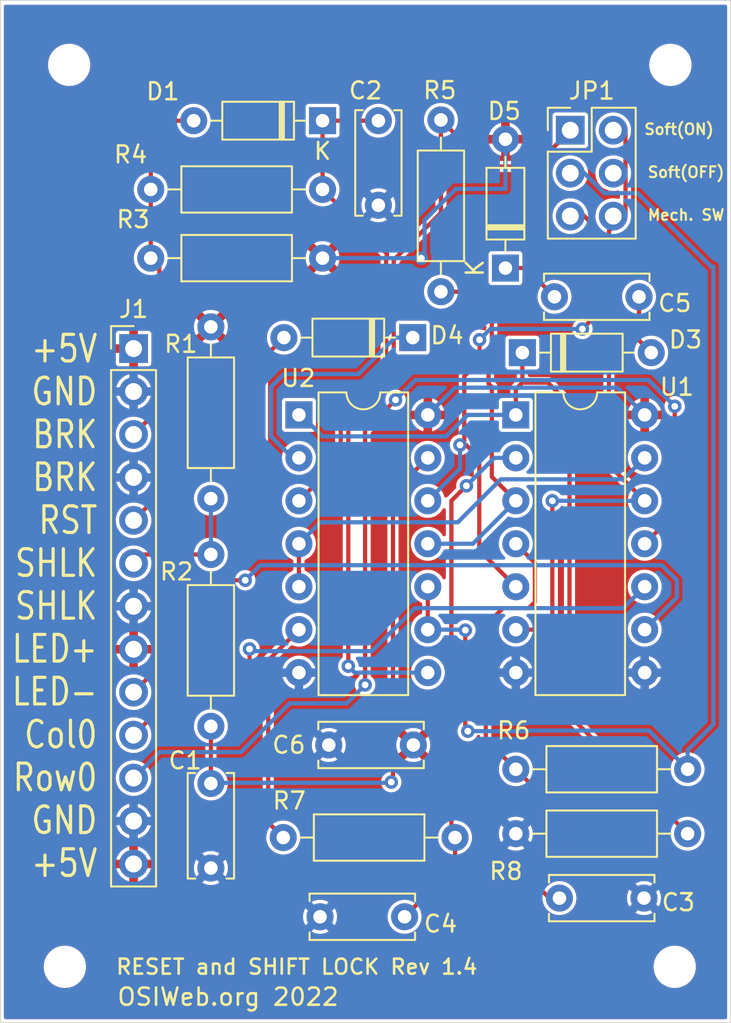
<source format=kicad_pcb>
(kicad_pcb (version 20211014) (generator pcbnew)
  (title_block (title "RESET and SHIFT LOCK") (date "2022-04-07") (rev "1.4") (company "OSIWeb.org"))
  (layers (0 "F.Cu" signal) (31 "B.Cu" signal) (34 "B.Paste" user) (35 "F.Paste" user) (36 "B.SilkS" user "B.Silkscreen") (37 "F.SilkS" user "F.Silkscreen") (38 "B.Mask" user) (39 "F.Mask" user) (44 "Edge.Cuts" user))
  (net 0 "")
  (net 1 "GND")
  (net 2 "/Break1")
  (net 3 "Row0")
  (net 4 "Net-(JP1-Pad3)")
  (net 5 "ShiftLockLED-")
  (net 6 "/ShiftLock1")
  (net 7 "ShifLockLED+")
  (net 8 "~{RESET}")
  (net 9 "Col0")
  (net 10 "Net-(C1-Pad2)")
  (net 11 "Net-(C2-Pad1)")
  (net 12 "Net-(C3-Pad2)")
  (net 13 "Net-(C4-Pad1)")
  (net 14 "Net-(R5-Pad1)")
  (net 15 "Net-(R7-Pad2)")
  (net 16 "Net-(C5-Pad2)")
  (net 17 "Net-(D3-Pad1)")
  (net 18 "Net-(JP1-Pad2)")
  (net 19 "Net-(JP1-Pad1)")
  (net 20 "Net-(U1-Pad13)")
  (net 21 "Net-(D4-Pad1)")
  (net 22 "Net-(C5-Pad1)")
  (net 23 "Net-(JP1-Pad5)")
  (footprint "Capacitor_THT:C_Disc_D6.0mm_W2.5mm_P5.00mm" (layer "F.Cu") (at 119.126 89.662 90)
    (fp_text reference "C1" (at 6.35 -1.524 180) (layer "F.SilkS"))
    (fp_text value "0.33uF")
    (fp_line (start 5.62 -1.37) (end 5.62 -0.925) (layer "F.SilkS") (width 0.12))
    (fp_line (start 5.62 0.925) (end 5.62 1.37) (layer "F.SilkS") (width 0.12))
    (fp_line (start -0.62 -1.37) (end 5.62 -1.37) (layer "F.SilkS") (width 0.12))
    (fp_line (start -0.62 -1.37) (end -0.62 -0.925) (layer "F.SilkS") (width 0.12))
    (fp_line (start -0.62 0.925) (end -0.62 1.37) (layer "F.SilkS") (width 0.12))
    (fp_line (start -0.62 1.37) (end 5.62 1.37) (layer "F.SilkS") (width 0.12))
    (pad "1" thru_hole circle (at 0 0 90) (size 1.6 1.6) (drill 0.8) (layers *.Cu *.Mask) (net 1 "GND"))
    (pad "2" thru_hole circle (at 5 0 90) (size 1.6 1.6) (drill 0.8) (layers *.Cu *.Mask) (net 10 "Net-(C1-Pad2)"))
  )
  (footprint "Capacitor_THT:C_Disc_D6.0mm_W2.5mm_P5.00mm" (layer "F.Cu") (at 144.74 91.44 180)
    (fp_text reference "C3" (at -2.032 -0.254) (layer "F.SilkS"))
    (fp_text value "0.1uF")
    (fp_line (start -0.62 -1.37) (end 5.62 -1.37) (layer "F.SilkS") (width 0.12))
    (fp_line (start 5.62 -1.37) (end 5.62 -0.925) (layer "F.SilkS") (width 0.12))
    (fp_line (start -0.62 1.37) (end 5.62 1.37) (layer "F.SilkS") (width 0.12))
    (fp_line (start -0.62 0.925) (end -0.62 1.37) (layer "F.SilkS") (width 0.12))
    (fp_line (start -0.62 -1.37) (end -0.62 -0.925) (layer "F.SilkS") (width 0.12))
    (fp_line (start 5.62 0.925) (end 5.62 1.37) (layer "F.SilkS") (width 0.12))
    (pad "1" thru_hole circle (at 0 0 180) (size 1.6 1.6) (drill 0.8) (layers *.Cu *.Mask) (net 1 "GND"))
    (pad "2" thru_hole circle (at 5 0 180) (size 1.6 1.6) (drill 0.8) (layers *.Cu *.Mask) (net 12 "Net-(C3-Pad2)"))
  )
  (footprint "Capacitor_THT:C_Disc_D6.0mm_W2.5mm_P5.00mm" (layer "F.Cu") (at 130.5814 92.5449 180)
    (fp_text reference "C4" (at -2.1209 -0.4191) (layer "F.SilkS"))
    (fp_text value "0.1uF" hide)
    (fp_line (start -0.62 -1.37) (end -0.62 -0.925) (layer "F.SilkS") (width 0.12))
    (fp_line (start 5.62 0.925) (end 5.62 1.37) (layer "F.SilkS") (width 0.12))
    (fp_line (start -0.62 0.925) (end -0.62 1.37) (layer "F.SilkS") (width 0.12))
    (fp_line (start 5.62 -1.37) (end 5.62 -0.925) (layer "F.SilkS") (width 0.12))
    (fp_line (start -0.62 1.37) (end 5.62 1.37) (layer "F.SilkS") (width 0.12))
    (fp_line (start -0.62 -1.37) (end 5.62 -1.37) (layer "F.SilkS") (width 0.12))
    (pad "1" thru_hole circle (at 0 0 180) (size 1.6 1.6) (drill 0.8) (layers *.Cu *.Mask) (net 13 "Net-(C4-Pad1)"))
    (pad "2" thru_hole circle (at 5 0 180) (size 1.6 1.6) (drill 0.8) (layers *.Cu *.Mask) (net 1 "GND"))
  )
  (footprint "Diode_THT:D_DO-35_SOD27_P7.62mm_Horizontal" (layer "F.Cu") (at 125.73 45.466 180)
    (fp_text reference "D1" (at 9.4488 1.7272) (layer "F.SilkS"))
    (fp_text value "1N914")
    (fp_text user "K" (at 0 -1.8) (layer "F.SilkS"))
    (fp_line (start 1.04 0) (end 1.69 0) (layer "F.SilkS") (width 0.12))
    (fp_line (start 5.93 -1.12) (end 1.69 -1.12) (layer "F.SilkS") (width 0.12))
    (fp_line (start 5.93 1.12) (end 5.93 -1.12) (layer "F.SilkS") (width 0.12))
    (fp_line (start 2.29 -1.12) (end 2.29 1.12) (layer "F.SilkS") (width 0.12))
    (fp_line (start 1.69 -1.12) (end 1.69 1.12) (layer "F.SilkS") (width 0.12))
    (fp_line (start 2.41 -1.12) (end 2.41 1.12) (layer "F.SilkS") (width 0.12))
    (fp_line (start 1.69 1.12) (end 5.93 1.12) (layer "F.SilkS") (width 0.12))
    (fp_line (start 2.53 -1.12) (end 2.53 1.12) (layer "F.SilkS") (width 0.12))
    (fp_line (start 6.58 0) (end 5.93 0) (layer "F.SilkS") (width 0.12))
    (pad "1" thru_hole rect (at 0 0 180) (size 1.6 1.6) (drill 0.8) (layers *.Cu *.Mask) (net 11 "Net-(C2-Pad1)"))
    (pad "2" thru_hole oval (at 7.62 0 180) (size 1.6 1.6) (drill 0.8) (layers *.Cu *.Mask) (net 2 "/Break1"))
  )
  (footprint "Resistor_THT:R_Axial_DIN0207_L6.3mm_D2.5mm_P10.16mm_Horizontal" (layer "F.Cu") (at 137.16 83.82)
    (fp_text reference "R6" (at -0.127 -2.286) (layer "F.SilkS"))
    (fp_text value "100k")
    (fp_line (start 1.04 0) (end 1.81 0) (layer "F.SilkS") (width 0.12))
    (fp_line (start 8.35 1.37) (end 8.35 -1.37) (layer "F.SilkS") (width 0.12))
    (fp_line (start 8.35 -1.37) (end 1.81 -1.37) (layer "F.SilkS") (width 0.12))
    (fp_line (start 9.12 0) (end 8.35 0) (layer "F.SilkS") (width 0.12))
    (fp_line (start 1.81 -1.37) (end 1.81 1.37) (layer "F.SilkS") (width 0.12))
    (fp_line (start 1.81 1.37) (end 8.35 1.37) (layer "F.SilkS") (width 0.12))
    (pad "1" thru_hole circle (at 0 0) (size 1.6 1.6) (drill 0.8) (layers *.Cu *.Mask) (net 12 "Net-(C3-Pad2)"))
    (pad "2" thru_hole oval (at 10.16 0) (size 1.6 1.6) (drill 0.8) (layers *.Cu *.Mask) (net 4 "Net-(JP1-Pad3)"))
  )
  (footprint "Resistor_THT:R_Axial_DIN0207_L6.3mm_D2.5mm_P10.16mm_Horizontal" (layer "F.Cu") (at 133.5659 87.8586 180)
    (fp_text reference "R7" (at 9.8044 2.1717) (layer "F.SilkS"))
    (fp_text value "1k")
    (fp_line (start 1.81 1.37) (end 8.35 1.37) (layer "F.SilkS") (width 0.12))
    (fp_line (start 1.04 0) (end 1.81 0) (layer "F.SilkS") (width 0.12))
    (fp_line (start 8.35 1.37) (end 8.35 -1.37) (layer "F.SilkS") (width 0.12))
    (fp_line (start 1.81 -1.37) (end 1.81 1.37) (layer "F.SilkS") (width 0.12))
    (fp_line (start 8.35 -1.37) (end 1.81 -1.37) (layer "F.SilkS") (width 0.12))
    (fp_line (start 9.12 0) (end 8.35 0) (layer "F.SilkS") (width 0.12))
    (pad "1" thru_hole circle (at 0 0 180) (size 1.6 1.6) (drill 0.8) (layers *.Cu *.Mask) (net 13 "Net-(C4-Pad1)"))
    (pad "2" thru_hole oval (at 10.16 0 180) (size 1.6 1.6) (drill 0.8) (layers *.Cu *.Mask) (net 15 "Net-(R7-Pad2)"))
  )
  (footprint "Resistor_THT:R_Axial_DIN0207_L6.3mm_D2.5mm_P10.16mm_Horizontal" (layer "F.Cu") (at 137.16 87.63)
    (fp_text reference "R8" (at -0.5842 2.2225) (layer "F.SilkS"))
    (fp_text value "1K")
    (fp_line (start 8.35 -1.37) (end 1.81 -1.37) (layer "F.SilkS") (width 0.12))
    (fp_line (start 8.35 1.37) (end 8.35 -1.37) (layer "F.SilkS") (width 0.12))
    (fp_line (start 1.81 1.37) (end 8.35 1.37) (layer "F.SilkS") (width 0.12))
    (fp_line (start 1.04 0) (end 1.81 0) (layer "F.SilkS") (width 0.12))
    (fp_line (start 1.81 -1.37) (end 1.81 1.37) (layer "F.SilkS") (width 0.12))
    (fp_line (start 9.12 0) (end 8.35 0) (layer "F.SilkS") (width 0.12))
    (pad "1" thru_hole circle (at 0 0) (size 1.6 1.6) (drill 0.8) (layers *.Cu *.Mask) (net 1 "GND"))
    (pad "2" thru_hole oval (at 10.16 0) (size 1.6 1.6) (drill 0.8) (layers *.Cu *.Mask) (net 17 "Net-(D3-Pad1)"))
  )
  (footprint "Package_DIP:DIP-14_W7.62mm" (layer "F.Cu") (at 137.16 62.865)
    (fp_text reference "U1" (at 9.525 -1.651) (layer "F.SilkS"))
    (fp_text value "4066")
    (fp_line (start 2.81 -1.33) (end 1.16 -1.33) (layer "F.SilkS") (width 0.12))
    (fp_line (start 1.16 -1.33) (end 1.16 16.57) (layer "F.SilkS") (width 0.12))
    (fp_line (start 1.16 16.57) (end 6.46 16.57) (layer "F.SilkS") (width 0.12))
    (fp_line (start 6.46 -1.33) (end 4.81 -1.33) (layer "F.SilkS") (width 0.12))
    (fp_line (start 6.46 16.57) (end 6.46 -1.33) (layer "F.SilkS") (width 0.12))
    (fp_arc (start 4.81 -1.33) (mid 3.81 -0.33) (end 2.81 -1.33) (layer "F.SilkS") (width 0.12))
    (pad "1" thru_hole rect (at 0 0) (size 1.6 1.6) (drill 0.8) (layers *.Cu *.Mask) (net 17 "Net-(D3-Pad1)"))
    (pad "2" thru_hole oval (at 0 2.54) (size 1.6 1.6) (drill 0.8) (layers *.Cu *.Mask) (net 13 "Net-(C4-Pad1)"))
    (pad "3" thru_hole oval (at 0 5.08) (size 1.6 1.6) (drill 0.8) (layers *.Cu *.Mask) (net 14 "Net-(R5-Pad1)"))
    (pad "4" thru_hole oval (at 0 7.62) (size 1.6 1.6) (drill 0.8) (layers *.Cu *.Mask) (net 12 "Net-(C3-Pad2)"))
    (pad "5" thru_hole oval (at 0 10.16) (size 1.6 1.6) (drill 0.8) (layers *.Cu *.Mask) (net 23 "Net-(JP1-Pad5)"))
    (pad "6" thru_hole oval (at 0 12.7) (size 1.6 1.6) (drill 0.8) (layers *.Cu *.Mask) (net 18 "Net-(JP1-Pad2)"))
    (pad "7" thru_hole oval (at 0 15.24) (size 1.6 1.6) (drill 0.8) (layers *.Cu *.Mask) (net 1 "GND"))
    (pad "8" thru_hole oval (at 7.62 15.24) (size 1.6 1.6) (drill 0.8) (layers *.Cu *.Mask) (net 1 "GND"))
    (pad "9" thru_hole oval (at 7.62 12.7) (size 1.6 1.6) (drill 0.8) (layers *.Cu *.Mask) (net 5 "ShiftLockLED-"))
    (pad "10" thru_hole oval (at 7.62 10.16) (size 1.6 1.6) (drill 0.8) (layers *.Cu *.Mask) (net 9 "Col0"))
    (pad "11" thru_hole oval (at 7.62 7.62) (size 1.6 1.6) (drill 0.8) (layers *.Cu *.Mask) (net 3 "Row0"))
    (pad "12" thru_hole oval (at 7.62 5.08) (size 1.6 1.6) (drill 0.8) (layers *.Cu *.Mask) (net 18 "Net-(JP1-Pad2)"))
    (pad "13" thru_hole oval (at 7.62 2.54) (size 1.6 1.6) (drill 0.8) (layers *.Cu *.Mask) (net 20 "Net-(U1-Pad13)"))
    (pad "14" thru_hole oval (at 7.62 0) (size 1.6 1.6) (drill 0.8) (layers *.Cu *.Mask) (net 7 "ShifLockLED+"))
  )
  (footprint "Capacitor_THT:C_Disc_D6.0mm_W2.5mm_P5.00mm" (layer "F.Cu") (at 129.032 45.466 -90)
    (fp_text reference "C2" (at -1.778 0.762 180) (layer "F.SilkS"))
    (fp_text value "6.8uF")
    (fp_line (start -0.62 0.925) (end -0.62 1.37) (layer "F.SilkS") (width 0.12))
    (fp_line (start -0.62 1.37) (end 5.62 1.37) (layer "F.SilkS") (width 0.12))
    (fp_line (start 5.62 -1.37) (end 5.62 -0.925) (layer "F.SilkS") (width 0.12))
    (fp_line (start -0.62 -1.37) (end -0.62 -0.925) (layer "F.SilkS") (width 0.12))
    (fp_line (start 5.62 0.925) (end 5.62 1.37) (layer "F.SilkS") (width 0.12))
    (fp_line (start -0.62 -1.37) (end 5.62 -1.37) (layer "F.SilkS") (width 0.12))
    (pad "1" thru_hole circle (at 0 0 270) (size 1.6 1.6) (drill 0.8) (layers *.Cu *.Mask) (net 11 "Net-(C2-Pad1)"))
    (pad "2" thru_hole circle (at 5 0 270) (size 1.6 1.6) (drill 0.8) (layers *.Cu *.Mask) (net 1 "GND"))
  )
  (footprint "Resistor_THT:R_Axial_DIN0207_L6.3mm_D2.5mm_P10.16mm_Horizontal" (layer "F.Cu") (at 119.126 57.658 -90)
    (fp_text reference "R1" (at 1.016 1.778 -180) (layer "F.SilkS"))
    (fp_text value "1k")
    (fp_line (start 1.04 0) (end 1.81 0) (layer "F.SilkS") (width 0.12))
    (fp_line (start 8.35 1.37) (end 8.35 -1.37) (layer "F.SilkS") (width 0.12))
    (fp_line (start 1.81 -1.37) (end 1.81 1.37) (layer "F.SilkS") (width 0.12))
    (fp_line (start 8.35 -1.37) (end 1.81 -1.37) (layer "F.SilkS") (width 0.12))
    (fp_line (start 1.81 1.37) (end 8.35 1.37) (layer "F.SilkS") (width 0.12))
    (fp_line (start 9.12 0) (end 8.35 0) (layer "F.SilkS") (width 0.12))
    (pad "1" thru_hole circle (at 0 0 270) (size 1.6 1.6) (drill 0.8) (layers *.Cu *.Mask) (net 7 "ShifLockLED+"))
    (pad "2" thru_hole oval (at 10.16 0 270) (size 1.6 1.6) (drill 0.8) (layers *.Cu *.Mask) (net 6 "/ShiftLock1"))
  )
  (footprint "Resistor_THT:R_Axial_DIN0207_L6.3mm_D2.5mm_P10.16mm_Horizontal" (layer "F.Cu") (at 119.126 71.12 -90)
    (fp_text reference "R2" (at 1.016 2.032 180) (layer "F.SilkS"))
    (fp_text value "100k")
    (fp_line (start 9.12 0) (end 8.35 0) (layer "F.SilkS") (width 0.12))
    (fp_line (start 8.35 -1.37) (end 1.81 -1.37) (layer "F.SilkS") (width 0.12))
    (fp_line (start 1.81 -1.37) (end 1.81 1.37) (layer "F.SilkS") (width 0.12))
    (fp_line (start 1.04 0) (end 1.81 0) (layer "F.SilkS") (width 0.12))
    (fp_line (start 1.81 1.37) (end 8.35 1.37) (layer "F.SilkS") (width 0.12))
    (fp_line (start 8.35 1.37) (end 8.35 -1.37) (layer "F.SilkS") (width 0.12))
    (pad "1" thru_hole circle (at 0 0 270) (size 1.6 1.6) (drill 0.8) (layers *.Cu *.Mask) (net 6 "/ShiftLock1"))
    (pad "2" thru_hole oval (at 10.16 0 270) (size 1.6 1.6) (drill 0.8) (layers *.Cu *.Mask) (net 10 "Net-(C1-Pad2)"))
  )
  (footprint "Diode_THT:D_DO-35_SOD27_P7.62mm_Horizontal" (layer "F.Cu") (at 137.547712 59.182)
    (fp_text reference "D3" (at 9.645288 -0.762) (layer "F.SilkS"))
    (fp_text value "1N914")
    (fp_line (start 5.93 1.12) (end 5.93 -1.12) (layer "F.SilkS") (width 0.12))
    (fp_line (start 1.04 0) (end 1.69 0) (layer "F.SilkS") (width 0.12))
    (fp_line (start 2.41 -1.12) (end 2.41 1.12) (layer "F.SilkS") (width 0.12))
    (fp_line (start 1.69 1.12) (end 5.93 1.12) (layer "F.SilkS") (width 0.12))
    (fp_line (start 6.58 0) (end 5.93 0) (layer "F.SilkS") (width 0.12))
    (fp_line (start 5.93 -1.12) (end 1.69 -1.12) (layer "F.SilkS") (width 0.12))
    (fp_line (start 2.29 -1.12) (end 2.29 1.12) (layer "F.SilkS") (width 0.12))
    (fp_line (start 2.53 -1.12) (end 2.53 1.12) (layer "F.SilkS") (width 0.12))
    (fp_line (start 1.69 -1.12) (end 1.69 1.12) (layer "F.SilkS") (width 0.12))
    (pad "1" thru_hole rect (at 0 0) (size 1.6 1.6) (drill 0.8) (layers *.Cu *.Mask) (net 17 "Net-(D3-Pad1)"))
    (pad "2" thru_hole oval (at 7.62 0) (size 1.6 1.6) (drill 0.8) (layers *.Cu *.Mask) (net 16 "Net-(C5-Pad2)"))
  )
  (footprint "Capacitor_THT:C_Disc_D6.0mm_W2.5mm_P5.00mm" (layer "F.Cu") (at 139.446 55.88)
    (fp_text reference "C5" (at 7.112 0.381) (layer "F.SilkS"))
    (fp_text value "0.33uF")
    (fp_line (start -0.62 1.37) (end 5.62 1.37) (layer "F.SilkS") (width 0.12))
    (fp_line (start -0.62 -1.37) (end -0.62 -0.925) (layer "F.SilkS") (width 0.12))
    (fp_line (start 5.62 0.925) (end 5.62 1.37) (layer "F.SilkS") (width 0.12))
    (fp_line (start -0.62 0.925) (end -0.62 1.37) (layer "F.SilkS") (width 0.12))
    (fp_line (start -0.62 -1.37) (end 5.62 -1.37) (layer "F.SilkS") (width 0.12))
    (fp_line (start 5.62 -1.37) (end 5.62 -0.925) (layer "F.SilkS") (width 0.12))
    (pad "1" thru_hole circle (at 0 0) (size 1.6 1.6) (drill 0.8) (layers *.Cu *.Mask) (net 22 "Net-(C5-Pad1)"))
    (pad "2" thru_hole circle (at 5 0) (size 1.6 1.6) (drill 0.8) (layers *.Cu *.Mask) (net 16 "Net-(C5-Pad2)"))
  )
  (footprint "Resistor_THT:R_Axial_DIN0207_L6.3mm_D2.5mm_P10.16mm_Horizontal" (layer "F.Cu") (at 115.57 49.53)
    (fp_text reference "R4" (at -1.1938 -2.0574) (layer "F.SilkS"))
    (fp_text value "1M")
    (fp_line (start 1.81 -1.37) (end 1.81 1.37) (layer "F.SilkS") (width 0.12))
    (fp_line (start 1.81 1.37) (end 8.35 1.37) (layer "F.SilkS") (width 0.12))
    (fp_line (start 8.35 1.37) (end 8.35 -1.37) (layer "F.SilkS") (width 0.12))
    (fp_line (start 8.35 -1.37) (end 1.81 -1.37) (layer "F.SilkS") (width 0.12))
    (fp_line (start 1.04 0) (end 1.81 0) (layer "F.SilkS") (width 0.12))
    (fp_line (start 9.12 0) (end 8.35 0) (layer "F.SilkS") (width 0.12))
    (pad "1" thru_hole circle (at 0 0) (size 1.6 1.6) (drill 0.8) (layers *.Cu *.Mask) (net 2 "/Break1"))
    (pad "2" thru_hole oval (at 10.16 0) (size 1.6 1.6) (drill 0.8) (layers *.Cu *.Mask) (net 11 "Net-(C2-Pad1)"))
  )
  (footprint "Diode_THT:D_DO-35_SOD27_P7.62mm_Horizontal" (layer "F.Cu") (at 131.064 58.293 180)
    (fp_text reference "D4" (at -2.032 0.127) (layer "F.SilkS"))
    (fp_text value "1N914")
    (fp_line (start 6.58 0) (end 5.93 0) (layer "F.SilkS") (width 0.12))
    (fp_line (start 1.69 -1.12) (end 1.69 1.12) (layer "F.SilkS") (width 0.12))
    (fp_line (start 5.93 1.12) (end 5.93 -1.12) (layer "F.SilkS") (width 0.12))
    (fp_line (start 5.93 -1.12) (end 1.69 -1.12) (layer "F.SilkS") (width 0.12))
    (fp_line (start 1.04 0) (end 1.69 0) (layer "F.SilkS") (width 0.12))
    (fp_line (start 1.69 1.12) (end 5.93 1.12) (layer "F.SilkS") (width 0.12))
    (fp_line (start 2.41 -1.12) (end 2.41 1.12) (layer "F.SilkS") (width 0.12))
    (fp_line (start 2.53 -1.12) (end 2.53 1.12) (layer "F.SilkS") (width 0.12))
    (fp_line (start 2.29 -1.12) (end 2.29 1.12) (layer "F.SilkS") (width 0.12))
    (pad "1" thru_hole rect (at 0 0 180) (size 1.6 1.6) (drill 0.8) (layers *.Cu *.Mask) (net 21 "Net-(D4-Pad1)"))
    (pad "2" thru_hole oval (at 7.62 0 180) (size 1.6 1.6) (drill 0.8) (layers *.Cu *.Mask) (net 8 "~{RESET}"))
  )
  (footprint "Resistor_THT:R_Axial_DIN0207_L6.3mm_D2.5mm_P10.16mm_Horizontal" (layer "F.Cu") (at 125.73 53.594 180)
    (fp_text reference "R3" (at 11.2014 2.286) (layer "F.SilkS"))
    (fp_text value "1k")
    (fp_line (start 1.81 1.37) (end 8.35 1.37) (layer "F.SilkS") (width 0.12))
    (fp_line (start 9.12 0) (end 8.35 0) (layer "F.SilkS") (width 0.12))
    (fp_line (start 8.35 1.37) (end 8.35 -1.37) (layer "F.SilkS") (width 0.12))
    (fp_line (start 8.35 -1.37) (end 1.81 -1.37) (layer "F.SilkS") (width 0.12))
    (fp_line (start 1.81 -1.37) (end 1.81 1.37) (layer "F.SilkS") (width 0.12))
    (fp_line (start 1.04 0) (end 1.81 0) (layer "F.SilkS") (width 0.12))
    (pad "1" thru_hole circle (at 0 0 180) (size 1.6 1.6) (drill 0.8) (layers *.Cu *.Mask) (net 7 "ShifLockLED+"))
    (pad "2" thru_hole oval (at 10.16 0 180) (size 1.6 1.6) (drill 0.8) (layers *.Cu *.Mask) (net 2 "/Break1"))
  )
  (footprint "Capacitor_THT:C_Disc_D6.0mm_W2.5mm_P5.00mm" (layer "F.Cu") (at 126.0983 82.3849)
    (fp_text reference "C6" (at -2.3622 0) (layer "F.SilkS"))
    (fp_text value "0.1uF")
    (fp_line (start 5.62 -1.37) (end 5.62 -0.925) (layer "F.SilkS") (width 0.12))
    (fp_line (start -0.62 -1.37) (end -0.62 -0.925) (layer "F.SilkS") (width 0.12))
    (fp_line (start 5.62 0.925) (end 5.62 1.37) (layer "F.SilkS") (width 0.12))
    (fp_line (start -0.62 1.37) (end 5.62 1.37) (layer "F.SilkS") (width 0.12))
    (fp_line (start -0.62 0.925) (end -0.62 1.37) (layer "F.SilkS") (width 0.12))
    (fp_line (start -0.62 -1.37) (end 5.62 -1.37) (layer "F.SilkS") (width 0.12))
    (pad "1" thru_hole circle (at 0 0) (size 1.6 1.6) (drill 0.8) (layers *.Cu *.Mask) (net 1 "GND"))
    (pad "2" thru_hole circle (at 5 0) (size 1.6 1.6) (drill 0.8) (layers *.Cu *.Mask) (net 7 "ShifLockLED+"))
  )
  (footprint "Package_DIP:DIP-14_W7.62mm" (layer "F.Cu") (at 124.333 62.865)
    (fp_text reference "U2" (at -0.0381 -2.1717) (layer "F.SilkS"))
    (fp_text value "74HC14")
    (fp_line (start 6.46 16.57) (end 6.46 -1.33) (layer "F.SilkS") (width 0.12))
    (fp_line (start 1.16 -1.33) (end 1.16 16.57) (layer "F.SilkS") (width 0.12))
    (fp_line (start 1.16 16.57) (end 6.46 16.57) (layer "F.SilkS") (width 0.12))
    (fp_line (start 2.81 -1.33) (end 1.16 -1.33) (layer "F.SilkS") (width 0.12))
    (fp_line (start 6.46 -1.33) (end 4.81 -1.33) (layer "F.SilkS") (width 0.12))
    (fp_arc (start 4.81 -1.33) (mid 3.81 -0.33) (end 2.81 -1.33) (layer "F.SilkS") (width 0.12))
    (pad "1" thru_hole rect (at 0 0) (size 1.6 1.6) (drill 0.8) (layers *.Cu *.Mask) (net 17 "Net-(D3-Pad1)"))
    (pad "2" thru_hole oval (at 0 2.54) (size 1.6 1.6) (drill 0.8) (layers *.Cu *.Mask) (net 21 "Net-(D4-Pad1)"))
    (pad "3" thru_hole oval (at 0 5.08) (size 1.6 1.6) (drill 0.8) (layers *.Cu *.Mask) (net 11 "Net-(C2-Pad1)"))
    (pad "4" thru_hole oval (at 0 7.62) (size 1.6 1.6) (drill 0.8) (layers *.Cu *.Mask) (net 20 "Net-(U1-Pad13)"))
    (pad "5" thru_hole oval (at 0 10.16) (size 1.6 1.6) (drill 0.8) (layers *.Cu *.Mask) (net 20 "Net-(U1-Pad13)"))
    (pad "6" thru_hole oval (at 0 12.7) (size 1.6 1.6) (drill 0.8) (layers *.Cu *.Mask) (net 15 "Net-(R7-Pad2)"))
    (pad "7" thru_hole oval (at 0 15.24) (size 1.6 1.6) (drill 0.8) (layers *.Cu *.Mask) (net 1 "GND"))
    (pad "8" thru_hole oval (at 7.62 15.24) (size 1.6 1.6) (drill 0.8) (layers *.Cu *.Mask) (net 19 "Net-(JP1-Pad1)"))
    (pad "9" thru_hole oval (at 7.62 12.7) (size 1.6 1.6) (drill 0.8) (layers *.Cu *.Mask) (net 4 "Net-(JP1-Pad3)"))
    (pad "10" thru_hole oval (at 7.62 10.16) (size 1.6 1.6) (drill 0.8) (layers *.Cu *.Mask) (net 4 "Net-(JP1-Pad3)"))
    (pad "11" thru_hole oval (at 7.62 7.62) (size 1.6 1.6) (drill 0.8) (layers *.Cu *.Mask) (net 14 "Net-(R5-Pad1)"))
    (pad "12" thru_hole oval (at 7.62 5.08) (size 1.6 1.6) (drill 0.8) (layers *.Cu *.Mask) (net 23 "Net-(JP1-Pad5)"))
    (pad "13" thru_hole oval (at 7.62 2.54) (size 1.6 1.6) (drill 0.8) (layers *.Cu *.Mask) (net 10 "Net-(C1-Pad2)"))
    (pad "14" thru_hole oval (at 7.62 0) (size 1.6 1.6) (drill 0.8) (layers *.Cu *.Mask) (net 7 "ShifLockLED+"))
  )
  (footprint "Resistor_THT:R_Axial_DIN0207_L6.3mm_D2.5mm_P10.16mm_Horizontal" (layer "F.Cu") (at 132.73024 55.58028 90)
    (fp_text reference "R5" (at 11.90752 -0.06604 180) (layer "F.SilkS"))
    (fp_text value "10k")
    (fp_line (start 1.04 0) (end 1.81 0) (layer "F.SilkS") (width 0.12))
    (fp_line (start 9.12 0) (end 8.35 0) (layer "F.SilkS") (width 0.12))
    (fp_line (start 8.35 -1.37) (end 1.81 -1.37) (layer "F.SilkS") (width 0.12))
    (fp_line (start 1.81 1.37) (end 8.35 1.37) (layer "F.SilkS") (width 0.12))
    (fp_line (start 8.35 1.37) (end 8.35 -1.37) (layer "F.SilkS") (width 0.12))
    (fp_line (start 1.81 -1.37) (end 1.81 1.37) (layer "F.SilkS") (width 0.12))
    (pad "1" thru_hole circle (at 0 0 90) (size 1.6 1.6) (drill 0.8) (layers *.Cu *.Mask) (net 14 "Net-(R5-Pad1)"))
    (pad "2" thru_hole oval (at 10.16 0 90) (size 1.6 1.6) (drill 0.8) (layers *.Cu *.Mask) (net 19 "Net-(JP1-Pad1)"))
  )
  (footprint "Connector_PinHeader_2.54mm:PinHeader_2x03_P2.54mm_Vertical" (layer "F.Cu") (at 140.38072 46.02988)
    (fp_text reference "JP1" (at 1.27 -2.33) (layer "F.SilkS"))
    (fp_text value "ShiftLock_Select")
    (fp_line (start -1.33 -1.33) (end 0 -1.33) (layer "F.SilkS") (width 0.12))
    (fp_line (start -1.33 1.27) (end 1.27 1.27) (layer "F.SilkS") (width 0.12))
    (fp_line (start -1.33 6.41) (end 3.87 6.41) (layer "F.SilkS") (width 0.12))
    (fp_line (start 3.87 -1.33) (end 3.87 6.41) (layer "F.SilkS") (width 0.12))
    (fp_line (start 1.27 -1.33) (end 3.87 -1.33) (layer "F.SilkS") (width 0.12))
    (fp_line (start -1.33 0) (end -1.33 -1.33) (layer "F.SilkS") (width 0.12))
    (fp_line (start 1.27 1.27) (end 1.27 -1.33) (layer "F.SilkS") (width 0.12))
    (fp_line (start -1.33 1.27) (end -1.33 6.41) (layer "F.SilkS") (width 0.12))
    (pad "1" thru_hole rect (at 0 0) (size 1.7 1.7) (drill 1) (layers *.Cu *.Mask) (net 19 "Net-(JP1-Pad1)"))
    (pad "2" thru_hole oval (at 2.54 0) (size 1.7 1.7) (drill 1) (layers *.Cu *.Mask) (net 18 "Net-(JP1-Pad2)"))
    (pad "3" thru_hole oval (at 0 2.54) (size 1.7 1.7) (drill 1) (layers *.Cu *.Mask) (net 4 "Net-(JP1-Pad3)"))
    (pad "4" thru_hole oval (at 2.54 2.54) (size 1.7 1.7) (drill 1) (layers *.Cu *.Mask) (net 18 "Net-(JP1-Pad2)"))
    (pad "5" thru_hole oval (at 0 5.08) (size 1.7 1.7) (drill 1) (layers *.Cu *.Mask) (net 23 "Net-(JP1-Pad5)"))
    (pad "6" thru_hole oval (at 2.54 5.08) (size 1.7 1.7) (drill 1) (layers *.Cu *.Mask) (net 18 "Net-(JP1-Pad2)"))
  )
  (footprint "Diode_THT:D_DO-35_SOD27_P7.62mm_Horizontal" (layer "F.Cu") (at 136.54532 54.18328 90)
    (fp_text reference "D5" (at 9.28116 -0.07112 180) (layer "F.SilkS"))
    (fp_text value "1N914")
    (fp_text user "K" (at 0 -1.8 90) (layer "F.SilkS"))
    (fp_line (start 1.04 0) (end 1.69 0) (layer "F.SilkS") (width 0.12))
    (fp_line (start 6.58 0) (end 5.93 0) (layer "F.SilkS") (width 0.12))
    (fp_line (start 2.53 -1.12) (end 2.53 1.12) (layer "F.SilkS") (width 0.12))
    (fp_line (start 5.93 -1.12) (end 1.69 -1.12) (layer "F.SilkS") (width 0.12))
    (fp_line (start 2.41 -1.12) (end 2.41 1.12) (layer "F.SilkS") (width 0.12))
    (fp_line (start 1.69 1.12) (end 5.93 1.12) (layer "F.SilkS") (width 0.12))
    (fp_line (start 5.93 1.12) (end 5.93 -1.12) (layer "F.SilkS") (width 0.12))
    (fp_line (start 1.69 -1.12) (end 1.69 1.12) (layer "F.SilkS") (width 0.12))
    (fp_line (start 2.29 -1.12) (end 2.29 1.12) (layer "F.SilkS") (width 0.12))
    (pad "1" thru_hole rect (at 0 0 90) (size 1.6 1.6) (drill 0.8) (layers *.Cu *.Mask) (net 22 "Net-(C5-Pad1)"))
    (pad "2" thru_hole oval (at 7.62 0 90) (size 1.6 1.6) (drill 0.8) (layers *.Cu *.Mask) (net 7 "ShifLockLED+"))
  )
  (footprint "MountingHole:MountingHole_2mm" (layer "F.Cu") (at 110.744 42.164)
    (fp_text reference "REF**" hide)
    (fp_text value "MountingHole_2mm" hide)
    (pad "" np_thru_hole circle (at 0 0) (size 2 2) (drill 2) (layers *.Cu *.Mask))
  )
  (footprint "MountingHole:MountingHole_2mm" (layer "F.Cu") (at 110.49 95.504)
    (fp_text reference "REF**" hide)
    (fp_text value "MountingHole_2mm" hide)
    (pad "" np_thru_hole circle (at 0 0) (size 2 2) (drill 2) (layers *.Cu *.Mask))
  )
  (footprint "MountingHole:MountingHole_2mm" (layer "F.Cu") (at 146.304 42.164)
    (fp_text reference "REF**" hide)
    (fp_text value "MountingHole_2mm" hide)
    (pad "" np_thru_hole circle (at 0 0) (size 2 2) (drill 2) (layers *.Cu *.Mask))
  )
  (footprint "MountingHole:MountingHole_2mm" (layer "F.Cu") (at 146.558 95.504)
    (fp_text reference "REF**" hide)
    (fp_text value "MountingHole_2mm" hide)
    (pad "" np_thru_hole circle (at 0 0) (size 2 2) (drill 2) (layers *.Cu *.Mask))
  )
  (footprint "Connector_PinHeader_2.54mm:PinHeader_1x13_P2.54mm_Vertical" (layer "F.Cu") (at 114.554 58.943)
    (fp_text reference "J1" (at 0 -2.33) (layer "F.SilkS"))
    (fp_text value "Conn_01x13_Male")
    (fp_line (start -1.33 31.81) (end 1.33 31.81) (layer "F.SilkS") (width 0.12))
    (fp_line (start -1.33 0) (end -1.33 -1.33) (layer "F.SilkS") (width 0.12))
    (fp_line (start 1.33 1.27) (end 1.33 31.81) (layer "F.SilkS") (width 0.12))
    (fp_line (start -1.33 -1.33) (end 0 -1.33) (layer "F.SilkS") (width 0.12))
    (fp_line (start -1.33 1.27) (end -1.33 31.81) (layer "F.SilkS") (width 0.12))
    (fp_line (start -1.33 1.27) (end 1.33 1.27) (layer "F.SilkS") (width 0.12))
    (pad "1" thru_hole rect (at 0 0) (size 1.7 1.7) (drill 1) (layers *.Cu *.Mask) (net 7 "ShifLockLED+"))
    (pad "2" thru_hole oval (at 0 2.54) (size 1.7 1.7) (drill 1) (layers *.Cu *.Mask) (net 1 "GND"))
    (pad "3" thru_hole oval (at 0 5.08) (size 1.7 1.7) (drill 1) (layers *.Cu *.Mask) (net 2 "/Break1"))
    (pad "4" thru_hole oval (at 0 7.62) (size 1.7 1.7) (drill 1) (layers *.Cu *.Mask) (net 1 "GND"))
    (pad "5" thru_hole oval (at 0 10.16) (size 1.7 1.7) (drill 1) (layers *.Cu *.Mask) (net 8 "~{RESET}"))
    (pad "6" thru_hole oval (at 0 12.7) (size 1.7 1.7) (drill 1) (layers *.Cu *.Mask) (net 6 "/ShiftLock1"))
    (pad "7" thru_hole oval (at 0 15.24) (size 1.7 1.7) (drill 1) (layers *.Cu *.Mask) (net 1 "GND"))
    (pad "8" thru_hole oval (at 0 17.78) (size 1.7 1.7) (drill 1) (layers *.Cu *.Mask) (net 7 "ShifLockLED+"))
    (pad "9" thru_hole oval (at 0 20.32) (size 1.7 1.7) (drill 1) (layers *.Cu *.Mask) (net 5 "ShiftLockLED-"))
    (pad "10" thru_hole oval (at 0 22.86) (size 1.7 1.7) (drill 1) (layers *.Cu *.Mask) (net 9 "Col0"))
    (pad "11" thru_hole oval (at 0 25.4) (size 1.7 1.7) (drill 1) (layers *.Cu *.Mask) (net 3 "Row0"))
    (pad "12" thru_hole oval (at 0 27.94) (size 1.7 1.7) (drill 1) (layers *.Cu *.Mask) (net 1 "GND"))
    (pad "13" thru_hole oval (at 0 30.48) (size 1.7 1.7) (drill 1) (layers *.Cu *.Mask) (net 7 "ShifLockLED+"))
  )
  (gr_rect (start 149.86 98.806) (end 106.68 38.354) (layer "Edge.Cuts") (width 0.0508) (fill none))
  (gr_text "Soft(ON)" (at 146.812 45.974) (layer "F.SilkS") (effects (font (size 0.635 0.635) (thickness 0.127))))
  (gr_text "Soft(OFF)" (at 147.22856 48.514) (layer "F.SilkS") (effects (font (size 0.635 0.635) (thickness 0.127))))
  (gr_text "${COMPANY} 2022" (at 120.142 97.282) (layer "F.SilkS") (effects (font (size 1.016 1.016) (thickness 0.1524))))
  (gr_text "+5V\nGND\nBRK\nBRK\nRST\nSHLK\nSHLK\nLED+\nLED-\nCol0\nRow0\nGND\n+5V" (at 112.522 74.168) (layer "F.SilkS") (effects (font (size 1.5748 1.27) (thickness 0.1905)) (justify right)))
  (gr_text "Mech. SW" (at 147.22856 51.04384) (layer "F.SilkS") (effects (font (size 0.635 0.635) (thickness 0.127))))
  (gr_text "${TITLE} Rev ${REVISION}" (at 124.206 95.504) (layer "F.SilkS") (effects (font (size 0.889 0.889) (thickness 0.1524))))
  (segment (start 116.078 54.102) (end 116.078 62.499) (width 0.25) (layer "F.Cu") (net 2))
  (segment (start 115.57 49.53) (end 115.57 46.99) (width 0.25) (layer "F.Cu") (net 2))
  (segment (start 115.57 53.594) (end 115.57 49.53) (width 0.25) (layer "F.Cu") (net 2))
  (segment (start 116.078 62.499) (end 114.554 64.023) (width 0.25) (layer "F.Cu") (net 2))
  (segment (start 115.57 46.99) (end 117.094 45.466) (width 0.25) (layer "F.Cu") (net 2))
  (segment (start 117.094 45.466) (end 118.11 45.466) (width 0.25) (layer "F.Cu") (net 2))
  (segment (start 115.57 53.594) (end 116.078 54.102) (width 0.25) (layer "F.Cu") (net 2))
  (segment (start 128.246598 63.777402) (end 128.246598 78.83001) (width 0.25) (layer "F.Cu") (net 3))
  (segment (start 146.558 68.707) (end 144.78 70.485) (width 0.25) (layer "F.Cu") (net 3))
  (segment (start 130.048 61.976) (end 128.246598 63.777402) (width 0.25) (layer "F.Cu") (net 3))
  (segment (start 146.558 62.357) (end 146.558 68.707) (width 0.25) (layer "F.Cu") (net 3))
  (via (at 130.048 61.976) (size 0.8) (drill 0.4) (layers "F.Cu" "B.Cu") (net 3))
  (via (at 128.246598 78.83001) (size 0.8) (drill 0.4) (layers "F.Cu" "B.Cu") (net 3))
  (via (at 146.558 62.357) (size 0.8) (drill 0.4) (layers "F.Cu" "B.Cu") (net 3))
  (segment (start 116.093 82.804) (end 114.554 84.343) (width 0.25) (layer "B.Cu") (net 3))
  (segment (start 120.904 82.804) (end 116.093 82.804) (width 0.25) (layer "B.Cu") (net 3))
  (segment (start 127.155609 79.920999) (end 123.787001 79.920999) (width 0.25) (layer "B.Cu") (net 3))
  (segment (start 128.246598 78.83001) (end 127.155609 79.920999) (width 0.25) (layer "B.Cu") (net 3))
  (segment (start 131.22148 60.80252) (end 145.00352 60.80252) (width 0.25) (layer "B.Cu") (net 3))
  (segment (start 123.787001 79.920999) (end 120.904 82.804) (width 0.25) (layer "B.Cu") (net 3))
  (segment (start 130.048 61.976) (end 131.22148 60.80252) (width 0.25) (layer "B.Cu") (net 3))
  (segment (start 145.00352 60.80252) (end 146.558 62.357) (width 0.25) (layer "B.Cu") (net 3))
  (segment (start 134.17296 81.42224) (end 134.32028 81.56956) (width 0.25) (layer "F.Cu") (net 4))
  (segment (start 131.953 73.025) (end 131.953 75.565) (width 0.25) (layer "F.Cu") (net 4))
  (segment (start 134.17296 75.59548) (end 134.17296 81.42224) (width 0.25) (layer "F.Cu") (net 4))
  (via (at 134.32028 81.56956) (size 0.8) (drill 0.4) (layers "F.Cu" "B.Cu") (net 4))
  (via (at 134.17296 75.59548) (size 0.8) (drill 0.4) (layers "F.Cu" "B.Cu") (net 4))
  (segment (start 145.034 81.534) (end 147.32 83.82) (width 0.25) (layer "B.Cu") (net 4))
  (segment (start 148.844 54.102) (end 148.717 54.102) (width 0.25) (layer "B.Cu") (net 4))
  (segment (start 147.32 83.82) (end 147.32 82.68863) (width 0.25) (layer "B.Cu") (net 4))
  (segment (start 137.922 81.534) (end 145.034 81.534) (width 0.25) (layer "B.Cu") (net 4))
  (segment (start 142.39748 49.75352) (end 141.10716 48.4632) (width 0.25) (layer "B.Cu") (net 4))
  (segment (start 144.36852 49.75352) (end 142.39748 49.75352) (width 0.25) (layer "B.Cu") (net 4))
  (segment (start 134.14248 75.565) (end 134.17296 75.59548) (width 0.25) (layer "B.Cu") (net 4))
  (segment (start 131.953 75.565) (end 134.14248 75.565) (width 0.25) (layer "B.Cu") (net 4))
  (segment (start 148.717 54.102) (end 144.36852 49.75352) (width 0.25) (layer "B.Cu") (net 4))
  (segment (start 134.32028 81.56956) (end 137.88644 81.56956) (width 0.25) (layer "B.Cu") (net 4))
  (segment (start 148.844 81.16463) (end 148.844 54.102) (width 0.25) (layer "B.Cu") (net 4))
  (segment (start 137.88644 81.56956) (end 137.922 81.534) (width 0.25) (layer "B.Cu") (net 4))
  (segment (start 147.32 82.68863) (end 148.844 81.16463) (width 0.25) (layer "B.Cu") (net 4))
  (segment (start 117.856 72.644) (end 116.586 73.914) (width 0.25) (layer "F.Cu") (net 5))
  (segment (start 116.586 73.914) (end 116.586 77.231) (width 0.25) (layer "F.Cu") (net 5))
  (segment (start 116.586 77.231) (end 114.554 79.263) (width 0.25) (layer "F.Cu") (net 5))
  (segment (start 121.158 72.644) (end 117.856 72.644) (width 0.25) (layer "F.Cu") (net 5))
  (via (at 121.158 72.644) (size 0.8) (drill 0.4) (layers "F.Cu" "B.Cu") (net 5))
  (segment (start 146.685 72.644) (end 146.685 73.66) (width 0.25) (layer "B.Cu") (net 5))
  (segment (start 145.796 71.755) (end 146.685 72.644) (width 0.25) (layer "B.Cu") (net 5))
  (segment (start 122.047 71.755) (end 145.796 71.755) (width 0.25) (layer "B.Cu") (net 5))
  (segment (start 146.685 73.66) (end 144.78 75.565) (width 0.25) (layer "B.Cu") (net 5))
  (segment (start 121.158 72.644) (end 122.047 71.755) (width 0.25) (layer "B.Cu") (net 5))
  (segment (start 115.077 71.12) (end 114.554 71.643) (width 0.25) (layer "F.Cu") (net 6))
  (segment (start 119.126 71.12) (end 115.077 71.12) (width 0.25) (layer "F.Cu") (net 6))
  (segment (start 119.126 67.818) (end 119.126 71.12) (width 0.25) (layer "B.Cu") (net 6))
  (segment (start 130.81 55.626) (end 132.842 57.658) (width 0.25) (layer "F.Cu") (net 7))
  (segment (start 130.81 54.356) (end 130.81 55.626) (width 0.25) (layer "F.Cu") (net 7))
  (segment (start 132.842 57.658) (end 132.842 61.976) (width 0.25) (layer "F.Cu") (net 7))
  (segment (start 131.572 53.594) (end 130.81 54.356) (width 0.25) (layer "F.Cu") (net 7))
  (segment (start 132.842 61.976) (end 131.953 62.865) (width 0.25) (layer "F.Cu") (net 7))
  (via (at 131.572 53.594) (size 0.8) (drill 0.4) (layers "F.Cu" "B.Cu") (net 7))
  (segment (start 133.60908 49.49952) (end 136.54532 49.49952) (width 0.25) (layer "B.Cu") (net 7))
  (segment (start 131.572 53.594) (end 131.76504 53.40096) (width 0.25) (layer "B.Cu") (net 7))
  (segment (start 133.565469 61.252531) (end 143.167531 61.252531) (width 0.25) (layer "B.Cu") (net 7))
  (segment (start 131.76504 53.40096) (end 131.76504 51.34356) (width 0.25) (layer "B.Cu") (net 7))
  (segment (start 136.54532 49.49952) (end 136.54532 46.56328) (width 0.25) (layer "B.Cu") (net 7))
  (segment (start 143.167531 61.252531) (end 144.78 62.865) (width 0.25) (layer "B.Cu") (net 7))
  (segment (start 131.953 62.865) (end 133.565469 61.252531) (width 0.25) (layer "B.Cu") (net 7))
  (segment (start 131.572 53.594) (end 125.73 53.594) (width 0.25) (layer "B.Cu") (net 7))
  (segment (start 131.76504 51.34356) (end 133.60908 49.49952) (width 0.25) (layer "B.Cu") (net 7))
  (segment (start 122.174 65.278) (end 121.158 66.294) (width 0.25) (layer "F.Cu") (net 8))
  (segment (start 121.158 66.294) (end 117.363 66.294) (width 0.25) (layer "F.Cu") (net 8))
  (segment (start 117.363 66.294) (end 114.554 69.103) (width 0.25) (layer "F.Cu") (net 8))
  (segment (start 123.444 58.293) (end 122.174 59.563) (width 0.25) (layer "F.Cu") (net 8))
  (segment (start 122.174 59.563) (end 122.174 65.278) (width 0.25) (layer "F.Cu") (net 8))
  (segment (start 121.412 76.708) (end 121.412 79.502) (width 0.25) (layer "F.Cu") (net 9))
  (segment (start 116.347 80.01) (end 114.554 81.803) (width 0.25) (layer "F.Cu") (net 9))
  (segment (start 121.412 79.502) (end 120.904 80.01) (width 0.25) (layer "F.Cu") (net 9))
  (segment (start 120.904 80.01) (end 116.347 80.01) (width 0.25) (layer "F.Cu") (net 9))
  (via (at 121.412 76.708) (size 0.8) (drill 0.4) (layers "F.Cu" "B.Cu") (net 9))
  (segment (start 121.412 76.835) (end 128.651 76.835) (width 0.25) (layer "B.Cu") (net 9))
  (segment (start 143.51 74.295) (end 144.78 73.025) (width 0.25) (layer "B.Cu") (net 9))
  (segment (start 128.651 76.835) (end 131.191 74.295) (width 0.25) (layer "B.Cu") (net 9))
  (segment (start 131.191 74.295) (end 143.51 74.295) (width 0.25) (layer "B.Cu") (net 9))
  (segment (start 121.412 76.835) (end 121.412 76.708) (width 0.25) (layer "B.Cu") (net 9))
  (segment (start 129.8956 67.4624) (end 131.953 65.405) (width 0.25) (layer "F.Cu") (net 10))
  (segment (start 119.126 84.662) (end 119.126 81.28) (width 0.25) (layer "F.Cu") (net 10))
  (segment (start 129.8956 84.4804) (end 129.8956 67.4624) (width 0.25) (layer "F.Cu") (net 10))
  (segment (start 129.794 84.582) (end 129.8956 84.4804) (width 0.25) (layer "F.Cu") (net 10))
  (via (at 129.794 84.582) (size 0.8) (drill 0.4) (layers "F.Cu" "B.Cu") (net 10))
  (segment (start 119.166 84.622) (end 119.126 84.662) (width 0.25) (layer "B.Cu") (net 10))
  (segment (start 129.794 84.582) (end 129.754 84.622) (width 0.25) (layer "B.Cu") (net 10))
  (segment (start 129.754 84.622) (end 119.166 84.622) (width 0.25) (layer "B.Cu") (net 10))
  (segment (start 129.54 53.466282) (end 129.489969 53.516314) (width 0.25) (layer "F.Cu") (net 11))
  (segment (start 129.489969 53.516314) (end 129.489969 60.374314) (width 0.25) (layer "F.Cu") (net 11))
  (segment (start 129.54 53.34) (end 129.54 53.466282) (width 0.25) (layer "F.Cu") (net 11))
  (segment (start 126.80448 63.059803) (end 126.80448 65.47352) (width 0.25) (layer "F.Cu") (net 11))
  (segment (start 125.73 45.466) (end 129.032 45.466) (width 0.25) (layer "F.Cu") (net 11))
  (segment (start 126.80448 65.47352) (end 124.333 67.945) (width 0.25) (layer "F.Cu") (net 11))
  (segment (start 125.73 45.466) (end 125.73 49.53) (width 0.25) (layer "F.Cu") (net 11))
  (segment (start 129.489969 60.374314) (end 126.80448 63.059803) (width 0.25) (layer "F.Cu") (net 11))
  (segment (start 125.73 49.53) (end 129.54 53.34) (width 0.25) (layer "F.Cu") (net 11))
  (segment (start 138.285001 73.931999) (end 137.922 74.295) (width 0.25) (layer "F.Cu") (net 12))
  (segment (start 136.360001 83.020001) (end 137.16 83.82) (width 0.25) (layer "F.Cu") (net 12))
  (segment (start 138.285001 71.610001) (end 138.285001 73.931999) (width 0.25) (layer "F.Cu") (net 12))
  (segment (start 136.398 74.295) (end 135.382 75.311) (width 0.25) (layer "F.Cu") (net 12))
  (segment (start 138.47 90.805) (end 138.47 87.035) (width 0.25) (layer "F.Cu") (net 12))
  (segment (start 137.922 74.295) (end 136.398 74.295) (width 0.25) (layer "F.Cu") (net 12))
  (segment (start 137.16 70.485) (end 138.285001 71.610001) (width 0.25) (layer "F.Cu") (net 12))
  (segment (start 138.43 86.995) (end 138.43 85.09) (width 0.25) (layer "F.Cu") (net 12))
  (segment (start 138.47 87.035) (end 138.43 86.995) (width 0.25) (layer "F.Cu") (net 12))
  (segment (start 135.382 75.311) (end 135.382 82.042) (width 0.25) (layer "F.Cu") (net 12))
  (segment (start 135.382 82.042) (end 136.360001 83.020001) (width 0.25) (layer "F.Cu") (net 12))
  (segment (start 138.47 90.805) (end 138.51 90.805) (width 0.25) (layer "F.Cu") (net 12))
  (segment (start 138.43 85.09) (end 137.16 83.82) (width 0.25) (layer "F.Cu") (net 12))
  (segment (start 138.51 90.805) (end 139.78 92.075) (width 0.25) (layer "F.Cu") (net 12))
  (segment (start 133.5659 87.8586) (end 133.35 87.6427) (width 0.25) (layer "F.Cu") (net 13))
  (segment (start 133.5659 87.8586) (end 133.5659 89.5604) (width 0.25) (layer "F.Cu") (net 13))
  (segment (start 133.5659 89.5604) (end 130.5814 92.5449) (width 0.25) (layer "F.Cu") (net 13))
  (segment (start 133.35 67.945) (end 134.239 67.056) (width 0.25) (layer "F.Cu") (net 13))
  (segment (start 133.35 87.6427) (end 133.35 67.945) (width 0.25) (layer "F.Cu") (net 13))
  (via (at 134.239 67.056) (size 0.8) (drill 0.4) (layers "F.Cu" "B.Cu") (net 13))
  (segment (start 135.89 65.405) (end 134.638999 66.656001) (width 0.25) (layer "B.Cu") (net 13))
  (segment (start 137.16 65.405) (end 135.89 65.405) (width 0.25) (layer "B.Cu") (net 13))
  (segment (start 134.638999 66.656001) (end 134.239 67.056) (width 0.25) (layer "B.Cu") (net 13))
  (segment (start 135.545999 60.317359) (end 135.739812 60.123546) (width 0.25) (layer "F.Cu") (net 14))
  (segment (start 137.16 67.945) (end 135.739812 66.524812) (width 0.25) (layer "F.Cu") (net 14))
  (segment (start 135.739812 61.207174) (end 135.545999 61.013361) (width 0.25) (layer "F.Cu") (net 14))
  (segment (start 135.545999 61.013361) (end 135.545999 60.317359) (width 0.25) (layer "F.Cu") (net 14))
  (segment (start 135.739812 60.123546) (end 135.739812 57.223332) (width 0.25) (layer "F.Cu") (net 14))
  (segment (start 135.739812 66.524812) (end 135.739812 61.207174) (width 0.25) (layer "F.Cu") (net 14))
  (segment (start 135.739812 57.223332) (end 134.09676 55.58028) (width 0.25) (layer "F.Cu") (net 14))
  (segment (start 134.09676 55.58028) (end 132.73024 55.58028) (width 0.25) (layer "F.Cu") (net 14))
  (segment (start 134.62 70.485) (end 137.16 67.945) (width 0.25) (layer "B.Cu") (net 14))
  (segment (start 131.953 70.485) (end 134.62 70.485) (width 0.25) (layer "B.Cu") (net 14))
  (segment (start 123.4059 87.8586) (end 122.5169 86.9696) (width 0.25) (layer "F.Cu") (net 15))
  (segment (start 122.5169 77.3811) (end 124.333 75.565) (width 0.25) (layer "F.Cu") (net 15))
  (segment (start 122.5169 86.9696) (end 122.5169 77.3811) (width 0.25) (layer "F.Cu") (net 15))
  (segment (start 144.446 58.460288) (end 145.167712 59.182) (width 0.25) (layer "F.Cu") (net 16))
  (segment (start 144.446 55.88) (end 144.446 58.460288) (width 0.25) (layer "F.Cu") (net 16))
  (segment (start 137.16 61.341) (end 137.16 62.865) (width 0.25) (layer "F.Cu") (net 17))
  (segment (start 137.547712 60.953288) (end 137.547712 59.182) (width 0.25) (layer "F.Cu") (net 17))
  (segment (start 137.547712 60.953288) (end 137.16 61.341) (width 0.25) (layer "F.Cu") (net 17))
  (segment (start 140.335 62.23) (end 140.335 80.645) (width 0.25) (layer "F.Cu") (net 17))
  (segment (start 140.335 80.645) (end 147.32 87.63) (width 0.25) (layer "F.Cu") (net 17))
  (segment (start 139.065 60.96) (end 137.541 60.96) (width 0.25) (layer "F.Cu") (net 17))
  (segment (start 140.335 62.23) (end 139.065 60.96) (width 0.25) (layer "F.Cu") (net 17))
  (segment (start 125.73 64.135) (end 133.038315 64.135) (width 0.25) (layer "B.Cu") (net 17))
  (segment (start 133.038315 64.135) (end 134.308315 62.865) (width 0.25) (layer "B.Cu") (net 17))
  (segment (start 134.308315 62.865) (end 134.874 62.865) (width 0.25) (layer "B.Cu") (net 17))
  (segment (start 137.16 62.865) (end 134.874 62.865) (width 0.25) (layer "B.Cu") (net 17))
  (segment (start 124.333 62.865) (end 124.46 62.865) (width 0.25) (layer "B.Cu") (net 17))
  (segment (start 124.46 62.865) (end 125.73 64.135) (width 0.25) (layer "B.Cu") (net 17))
  (segment (start 143.64716 51.0032) (end 142.66672 51.98364) (width 0.25) (layer "F.Cu") (net 18))
  (segment (start 139.319 67.945) (end 139.319 74.803) (width 0.25) (layer "F.Cu") (net 18))
  (segment (start 142.66672 51.98364) (end 142.66672 65.83172) (width 0.25) (layer "F.Cu") (net 18))
  (segment (start 142.66672 65.83172) (end 144.78 67.945) (width 0.25) (layer "F.Cu") (net 18))
  (segment (start 143.64716 51.0032) (end 143.64716 48.4632) (width 0.25) (layer "F.Cu") (net 18))
  (segment (start 139.319 74.803) (end 138.557 75.565) (width 0.25) (layer "F.Cu") (net 18))
  (segment (start 143.64716 48.4632) (end 143.64716 45.9232) (width 0.25) (layer "F.Cu") (net 18))
  (segment (start 138.557 75.565) (end 137.16 75.565) (width 0.25) (layer "F.Cu") (net 18))
  (via (at 139.319 67.945) (size 0.8) (drill 0.4) (layers "F.Cu" "B.Cu") (net 18))
  (segment (start 144.78 67.945) (end 143.64863 67.945) (width 0.25) (layer "B.Cu") (net 18))
  (segment (start 143.64863 67.945) (end 139.319 67.945) (width 0.25) (layer "B.Cu") (net 18))
  (segment (start 140.38072 46.02988) (end 140.38072 46.05528) (width 0.25) (layer "F.Cu") (net 19))
  (segment (start 127.254 63.246) (end 127.254 77.724) (width 0.25) (layer "F.Cu") (net 19))
  (segment (start 132.73024 50.91176) (end 129.939489 53.702511) (width 0.25) (layer "F.Cu") (net 19))
  (segment (start 135.4836 48.17364) (end 132.73024 45.42028) (width 0.25) (layer "F.Cu") (net 19))
  (segment (start 129.939489 53.702511) (end 129.939489 60.560511) (width 0.25) (layer "F.Cu") (net 19))
  (segment (start 138.26236 48.17364) (end 135.4836 48.17364) (width 0.25) (layer "F.Cu") (net 19))
  (segment (start 129.939489 60.560511) (end 127.254 63.246) (width 0.25) (layer "F.Cu") (net 19))
  (segment (start 140.38072 46.05528) (end 138.26236 48.17364) (width 0.25) (layer "F.Cu") (net 19))
  (segment (start 132.73024 45.42028) (end 132.73024 50.91176) (width 0.25) (layer "F.Cu") (net 19))
  (via (at 127.254 77.724) (size 0.8) (drill 0.4) (layers "F.Cu" "B.Cu") (net 19))
  (segment (start 131.953 78.105) (end 127.635 78.105) (width 0.25) (layer "B.Cu") (net 19))
  (segment (start 127.635 78.105) (end 127.254 77.724) (width 0.25) (layer "B.Cu") (net 19))
  (segment (start 124.333 73.025) (end 124.333 70.485) (width 0.25) (layer "F.Cu") (net 20))
  (segment (start 143.980001 66.204999) (end 144.78 65.405) (width 0.25) (layer "B.Cu") (net 20))
  (segment (start 125.603 69.215) (end 133.731 69.215) (width 0.25) (layer "B.Cu") (net 20))
  (segment (start 124.333 70.485) (end 125.603 69.215) (width 0.25) (layer "B.Cu") (net 20))
  (segment (start 136.271 66.675) (end 143.51 66.675) (width 0.25) (layer "B.Cu") (net 20))
  (segment (start 143.51 66.675) (end 143.980001 66.204999) (width 0.25) (layer "B.Cu") (net 20))
  (segment (start 133.731 69.215) (end 136.271 66.675) (width 0.25) (layer "B.Cu") (net 20))
  (segment (start 130.014 58.293) (end 127.855 60.452) (width 0.25) (layer "B.Cu") (net 21))
  (segment (start 123.444 60.452) (end 122.682 61.214) (width 0.25) (layer "B.Cu") (net 21))
  (segment (start 131.064 58.293) (end 130.014 58.293) (width 0.25) (layer "B.Cu") (net 21))
  (segment (start 122.682 61.214) (end 122.682 64.135) (width 0.25) (layer "B.Cu") (net 21))
  (segment (start 122.682 64.135) (end 123.952 65.405) (width 0.25) (layer "B.Cu") (net 21))
  (segment (start 123.952 65.405) (end 124.333 65.405) (width 0.25) (layer "B.Cu") (net 21))
  (segment (start 127.855 60.452) (end 123.444 60.452) (width 0.25) (layer "B.Cu") (net 21))
  (segment (start 136.54532 54.18328) (end 137.74928 54.18328) (width 0.25) (layer "F.Cu") (net 22))
  (segment (start 137.74928 54.18328) (end 139.446 55.88) (width 0.25) (layer "F.Cu") (net 22))
  (segment (start 135.001 65.421381) (end 134.222619 64.643) (width 0.25) (layer "F.Cu") (net 23))
  (segment (start 141.478 57.404) (end 141.478 51.37404) (width 0.25) (layer "F.Cu") (net 23))
  (segment (start 134.112 64.389004) (end 134.112 60.580411) (width 0.25) (layer "F.Cu") (net 23))
  (segment (start 134.112 60.580411) (end 135.01481 59.677601) (width 0.25) (layer "F.Cu") (net 23))
  (segment (start 137.16 73.025) (end 135.001 70.866) (width 0.25) (layer "F.Cu") (net 23))
  (segment (start 141.097 57.785) (end 141.478 57.404) (width 0.25) (layer "F.Cu") (net 23))
  (segment (start 135.001 70.866) (end 135.001 65.421381) (width 0.25) (layer "F.Cu") (net 23))
  (segment (start 133.858004 64.643) (end 134.112 64.389004) (width 0.25) (layer "F.Cu") (net 23))
  (segment (start 134.222619 64.643) (end 133.858004 64.643) (width 0.25) (layer "F.Cu") (net 23))
  (segment (start 135.01481 59.677601) (end 135.01481 58.42) (width 0.25) (layer "F.Cu") (net 23))
  (segment (start 141.478 51.37404) (end 141.10716 51.0032) (width 0.25) (layer "F.Cu") (net 23))
  (via (at 133.858004 64.643) (size 0.8) (drill 0.4) (layers "F.Cu" "B.Cu") (net 23))
  (via (at 135.01481 58.42) (size 0.8) (drill 0.4) (layers "F.Cu" "B.Cu") (net 23))
  (via (at 141.097 57.785) (size 0.8) (drill 0.4) (layers "F.Cu" "B.Cu") (net 23))
  (segment (start 135.64981 57.785) (end 135.01481 58.42) (width 0.25) (layer "B.Cu") (net 23))
  (segment (start 133.858004 66.039996) (end 133.858004 64.643) (width 0.25) (layer "B.Cu") (net 23))
  (segment (start 131.953 67.945) (end 133.858004 66.039996) (width 0.25) (layer "B.Cu") (net 23))
  (segment (start 141.097 57.785) (end 135.64981 57.785) (width 0.25) (layer "B.Cu") (net 23))
  (zone (net 7) (net_name "ShifLockLED+") (layer "F.Cu") (connect_pads (clearance 0.2032)) (min_thickness 0.2032) (fill yes (thermal_gap 0.2032) (thermal_bridge_width 0.508))
    (polygon (pts (xy 149.733 98.679) (xy 106.807 98.679) (xy 106.807 38.608) (xy 149.733 38.608)))
  )
  (zone (net 1) (net_name "GND") (layer "B.Cu") (connect_pads (clearance 0.2032)) (min_thickness 0.2032) (fill yes (thermal_gap 0.2032) (thermal_bridge_width 0.508))
    (polygon (pts (xy 149.733 98.679) (xy 106.807 98.679) (xy 106.807 38.608) (xy 149.733 38.608)))
  )
)
</source>
